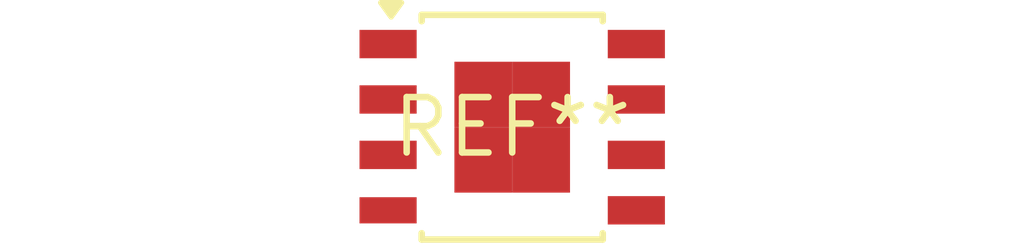
<source format=kicad_pcb>
(kicad_pcb (version 20240108) (generator pcbnew)
  (layers (0 "F.Cu" signal) (31 "B.Cu" signal) (34 "B.Paste" user) (35 "F.Paste" user) (36 "B.SilkS" user "B.Silkscreen") (37 "F.SilkS" user "F.Silkscreen") (38 "B.Mask" user) (39 "F.Mask" user) (44 "Edge.Cuts" user))
  (net 0 "")
  (footprint "Infineon_PG-DSO-8-43" (layer "F.Cu") (at 0 0)
    (property "Reference" "REF**")
    (property "Value" "Infineon_PG-DSO-8-43")
    (fp_line (start -2.075 -2.575) (end 2.075 -2.575) (layer "F.SilkS") (stroke (width 0.15)))
    (fp_line (start -2.075 -2.43) (end -2.075 -2.575) (layer "F.SilkS") (stroke (width 0.15)))
    (fp_line (start -2.075 2.575) (end -2.075 2.43) (layer "F.SilkS") (stroke (width 0.15)))
    (fp_line (start -2.075 2.575) (end 2.075 2.575) (layer "F.SilkS") (stroke (width 0.15)))
    (fp_line (start 2.075 -2.575) (end 2.075 -2.43) (layer "F.SilkS") (stroke (width 0.15)))
    (fp_line (start 2.075 2.575) (end 2.075 2.43) (layer "F.SilkS") (stroke (width 0.15)))
    (fp_poly (pts (xy -2.775 -2.525) (xy -3.015 -2.855) (xy -2.535 -2.855) (xy -2.775 -2.525)) (layer "F.SilkS") (stroke (width 0.12)) (fill solid))
    (pad "1" smd rect (at -2.845 -1.905) (size 1.31 0.65) (layers "F.Cu" "F.Paste" "F.Mask"))
    (pad "2" smd rect (at -2.845 -0.635) (size 1.31 0.65) (layers "F.Cu" "F.Paste" "F.Mask"))
    (pad "3" smd rect (at -2.845 0.635) (size 1.31 0.65) (layers "F.Cu" "F.Paste" "F.Mask"))
    (pad "4" smd rect (at -2.845 1.905) (size 1.31 0.6) (layers "F.Cu" "F.Paste" "F.Mask"))
    (pad "5" smd rect (at 2.845 1.905) (size 1.31 0.65) (layers "F.Cu" "F.Paste" "F.Mask"))
    (pad "6" smd rect (at 2.845 0.635) (size 1.31 0.65) (layers "F.Cu" "F.Paste" "F.Mask"))
    (pad "7" smd rect (at 2.845 -0.635) (size 1.31 0.65) (layers "F.Cu" "F.Paste" "F.Mask"))
    (pad "8" smd rect (at 2.845 -1.905) (size 1.31 0.65) (layers "F.Cu" "F.Paste" "F.Mask"))
    (pad "9" smd rect (at -0.6625 -0.75) (size 1.325 1.5) (layers "F.Cu" "F.Paste" "F.Mask"))
    (pad "9" smd rect (at -0.6625 0.75) (size 1.325 1.5) (layers "F.Cu" "F.Paste" "F.Mask"))
    (pad "9" smd rect (at 0.6625 -0.75) (size 1.325 1.5) (layers "F.Cu" "F.Paste" "F.Mask"))
    (pad "9" smd rect (at 0.6625 0.75) (size 1.325 1.5) (layers "F.Cu" "F.Paste" "F.Mask"))
  )
)
</source>
